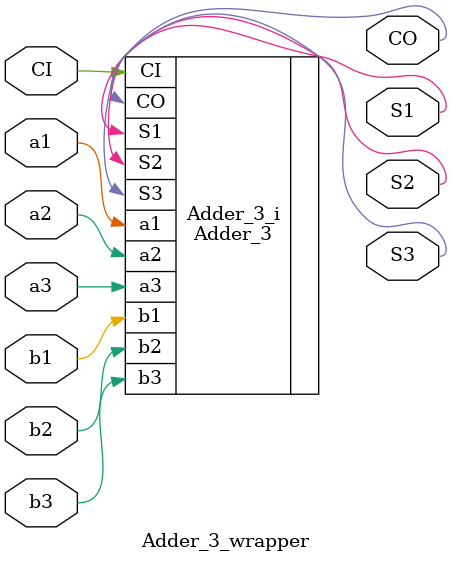
<source format=v>
`timescale 1 ps / 1 ps

module Adder_3_wrapper
   (CI,
    CO,
    S1,
    S2,
    S3,
    a1,
    a2,
    a3,
    b1,
    b2,
    b3);
  input CI;
  output CO;
  output S1;
  output S2;
  output S3;
  input a1;
  input a2;
  input a3;
  input b1;
  input b2;
  input b3;

  wire CI;
  wire CO;
  wire S1;
  wire S2;
  wire S3;
  wire a1;
  wire a2;
  wire a3;
  wire b1;
  wire b2;
  wire b3;

  Adder_3 Adder_3_i
       (.CI(CI),
        .CO(CO),
        .S1(S1),
        .S2(S2),
        .S3(S3),
        .a1(a1),
        .a2(a2),
        .a3(a3),
        .b1(b1),
        .b2(b2),
        .b3(b3));
endmodule

</source>
